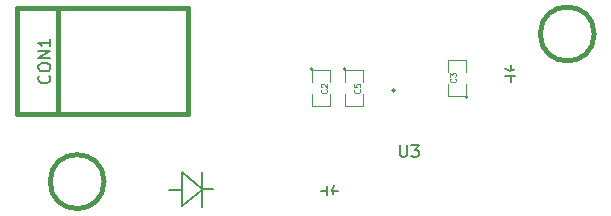
<source format=gto>
G04 (created by PCBNEW (2013-07-07 BZR 4022)-stable) date 8/25/2014 9:50:12 PM*
%MOIN*%
G04 Gerber Fmt 3.4, Leading zero omitted, Abs format*
%FSLAX34Y34*%
G01*
G70*
G90*
G04 APERTURE LIST*
%ADD10C,0.00590551*%
%ADD11C,0.015*%
%ADD12C,0.0039*%
%ADD13C,0.008*%
%ADD14C,0.0043*%
G04 APERTURE END LIST*
G54D10*
X91574Y-25787D02*
X91574Y-25649D01*
X91574Y-26043D02*
X91574Y-26200D01*
X91712Y-26003D02*
X91397Y-26003D01*
X91397Y-25767D02*
G75*
G03X91692Y-25787I157J137D01*
G74*
G01*
G54D11*
X94364Y-24606D02*
G75*
G03X94364Y-24606I-900J0D01*
G74*
G01*
X78025Y-29527D02*
G75*
G03X78025Y-29527I-900J0D01*
G74*
G01*
X76495Y-23739D02*
X76495Y-27283D01*
X75117Y-23739D02*
X75117Y-27283D01*
X75117Y-27283D02*
X80826Y-27283D01*
X80826Y-27283D02*
X80826Y-23739D01*
X80826Y-23739D02*
X75117Y-23739D01*
G54D12*
X90153Y-26712D02*
G75*
G03X90153Y-26712I-50J0D01*
G74*
G01*
X90103Y-26262D02*
X90103Y-26662D01*
X90103Y-26662D02*
X89503Y-26662D01*
X89503Y-26662D02*
X89503Y-26262D01*
X89503Y-25862D02*
X89503Y-25462D01*
X89503Y-25462D02*
X90103Y-25462D01*
X90103Y-25462D02*
X90103Y-25862D01*
X85004Y-25774D02*
G75*
G03X85004Y-25774I-50J0D01*
G74*
G01*
X84954Y-26224D02*
X84954Y-25824D01*
X84954Y-25824D02*
X85554Y-25824D01*
X85554Y-25824D02*
X85554Y-26224D01*
X85554Y-26624D02*
X85554Y-27024D01*
X85554Y-27024D02*
X84954Y-27024D01*
X84954Y-27024D02*
X84954Y-26624D01*
X86106Y-25774D02*
G75*
G03X86106Y-25774I-50J0D01*
G74*
G01*
X86056Y-26224D02*
X86056Y-25824D01*
X86056Y-25824D02*
X86656Y-25824D01*
X86656Y-25824D02*
X86656Y-26224D01*
X86656Y-26624D02*
X86656Y-27024D01*
X86656Y-27024D02*
X86056Y-27024D01*
X86056Y-27024D02*
X86056Y-26624D01*
G54D10*
X87735Y-26492D02*
G75*
G03X87735Y-26492I-52J0D01*
G74*
G01*
X80610Y-29803D02*
X80177Y-29803D01*
X81299Y-29783D02*
X81653Y-29783D01*
X81299Y-29763D02*
X80629Y-29192D01*
X80629Y-29192D02*
X80629Y-30354D01*
X80629Y-30354D02*
X81299Y-29803D01*
X81299Y-29192D02*
X81299Y-30374D01*
X85669Y-29842D02*
X85807Y-29842D01*
X85413Y-29842D02*
X85255Y-29842D01*
X85452Y-29980D02*
X85452Y-29665D01*
X85688Y-29665D02*
G75*
G03X85669Y-29960I137J-157D01*
G74*
G01*
G54D13*
X76194Y-25997D02*
X76213Y-26016D01*
X76232Y-26073D01*
X76232Y-26111D01*
X76213Y-26168D01*
X76175Y-26207D01*
X76137Y-26226D01*
X76061Y-26245D01*
X76004Y-26245D01*
X75928Y-26226D01*
X75889Y-26207D01*
X75851Y-26168D01*
X75832Y-26111D01*
X75832Y-26073D01*
X75851Y-26016D01*
X75870Y-25997D01*
X75832Y-25749D02*
X75832Y-25673D01*
X75851Y-25635D01*
X75889Y-25597D01*
X75966Y-25578D01*
X76099Y-25578D01*
X76175Y-25597D01*
X76213Y-25635D01*
X76232Y-25673D01*
X76232Y-25749D01*
X76213Y-25788D01*
X76175Y-25826D01*
X76099Y-25845D01*
X75966Y-25845D01*
X75889Y-25826D01*
X75851Y-25788D01*
X75832Y-25749D01*
X76232Y-25407D02*
X75832Y-25407D01*
X76232Y-25178D01*
X75832Y-25178D01*
X76232Y-24778D02*
X76232Y-25007D01*
X76232Y-24892D02*
X75832Y-24892D01*
X75889Y-24930D01*
X75928Y-24968D01*
X75947Y-25007D01*
G54D14*
X89739Y-26095D02*
X89748Y-26105D01*
X89757Y-26133D01*
X89757Y-26152D01*
X89748Y-26180D01*
X89729Y-26199D01*
X89710Y-26208D01*
X89673Y-26217D01*
X89645Y-26217D01*
X89607Y-26208D01*
X89589Y-26199D01*
X89570Y-26180D01*
X89560Y-26152D01*
X89560Y-26133D01*
X89570Y-26105D01*
X89579Y-26095D01*
X89560Y-26030D02*
X89560Y-25908D01*
X89635Y-25973D01*
X89635Y-25945D01*
X89645Y-25926D01*
X89654Y-25917D01*
X89673Y-25908D01*
X89720Y-25908D01*
X89739Y-25917D01*
X89748Y-25926D01*
X89757Y-25945D01*
X89757Y-26002D01*
X89748Y-26020D01*
X89739Y-26030D01*
X85440Y-26457D02*
X85449Y-26467D01*
X85459Y-26495D01*
X85459Y-26514D01*
X85449Y-26542D01*
X85431Y-26561D01*
X85412Y-26570D01*
X85374Y-26579D01*
X85346Y-26579D01*
X85309Y-26570D01*
X85290Y-26561D01*
X85271Y-26542D01*
X85262Y-26514D01*
X85262Y-26495D01*
X85271Y-26467D01*
X85280Y-26457D01*
X85280Y-26382D02*
X85271Y-26373D01*
X85262Y-26354D01*
X85262Y-26307D01*
X85271Y-26288D01*
X85280Y-26279D01*
X85299Y-26270D01*
X85318Y-26270D01*
X85346Y-26279D01*
X85459Y-26392D01*
X85459Y-26270D01*
X86542Y-26457D02*
X86551Y-26467D01*
X86561Y-26495D01*
X86561Y-26514D01*
X86551Y-26542D01*
X86533Y-26561D01*
X86514Y-26570D01*
X86476Y-26579D01*
X86448Y-26579D01*
X86411Y-26570D01*
X86392Y-26561D01*
X86373Y-26542D01*
X86364Y-26514D01*
X86364Y-26495D01*
X86373Y-26467D01*
X86382Y-26457D01*
X86364Y-26279D02*
X86364Y-26373D01*
X86457Y-26382D01*
X86448Y-26373D01*
X86439Y-26354D01*
X86439Y-26307D01*
X86448Y-26288D01*
X86457Y-26279D01*
X86476Y-26270D01*
X86523Y-26270D01*
X86542Y-26279D01*
X86551Y-26288D01*
X86561Y-26307D01*
X86561Y-26354D01*
X86551Y-26373D01*
X86542Y-26382D01*
G54D10*
X87889Y-28308D02*
X87889Y-28627D01*
X87907Y-28665D01*
X87926Y-28683D01*
X87964Y-28702D01*
X88038Y-28702D01*
X88076Y-28683D01*
X88095Y-28665D01*
X88113Y-28627D01*
X88113Y-28308D01*
X88263Y-28308D02*
X88507Y-28308D01*
X88376Y-28458D01*
X88432Y-28458D01*
X88470Y-28477D01*
X88488Y-28496D01*
X88507Y-28533D01*
X88507Y-28627D01*
X88488Y-28665D01*
X88470Y-28683D01*
X88432Y-28702D01*
X88320Y-28702D01*
X88282Y-28683D01*
X88263Y-28665D01*
M02*

</source>
